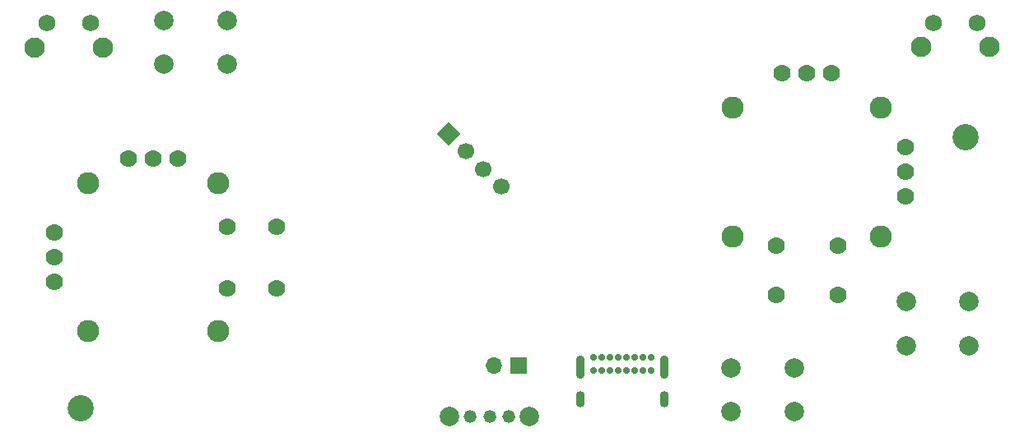
<source format=gbr>
%TF.GenerationSoftware,KiCad,Pcbnew,9.0.0*%
%TF.CreationDate,2025-09-05T21:39:46-05:00*%
%TF.ProjectId,RIOT_Remote_ESP,52494f54-5f52-4656-9d6f-74655f455350,rev?*%
%TF.SameCoordinates,Original*%
%TF.FileFunction,Soldermask,Bot*%
%TF.FilePolarity,Negative*%
%FSLAX46Y46*%
G04 Gerber Fmt 4.6, Leading zero omitted, Abs format (unit mm)*
G04 Created by KiCad (PCBNEW 9.0.0) date 2025-09-05 21:39:46*
%MOMM*%
%LPD*%
G01*
G04 APERTURE LIST*
G04 Aperture macros list*
%AMHorizOval*
0 Thick line with rounded ends*
0 $1 width*
0 $2 $3 position (X,Y) of the first rounded end (center of the circle)*
0 $4 $5 position (X,Y) of the second rounded end (center of the circle)*
0 Add line between two ends*
20,1,$1,$2,$3,$4,$5,0*
0 Add two circle primitives to create the rounded ends*
1,1,$1,$2,$3*
1,1,$1,$4,$5*%
%AMRotRect*
0 Rectangle, with rotation*
0 The origin of the aperture is its center*
0 $1 length*
0 $2 width*
0 $3 Rotation angle, in degrees counterclockwise*
0 Add horizontal line*
21,1,$1,$2,0,0,$3*%
G04 Aperture macros list end*
%ADD10C,2.700000*%
%ADD11C,2.000000*%
%ADD12C,0.700000*%
%ADD13O,0.900000X2.400000*%
%ADD14O,0.900000X1.700000*%
%ADD15R,1.700000X1.700000*%
%ADD16O,1.700000X1.700000*%
%ADD17C,2.100000*%
%ADD18C,1.750000*%
%ADD19C,1.778000*%
%ADD20C,2.286000*%
%ADD21RotRect,1.700000X1.700000X45.000000*%
%ADD22HorizOval,1.700000X0.000000X0.000000X0.000000X0.000000X0*%
%ADD23C,1.320800*%
%ADD24C,2.006600*%
G04 APERTURE END LIST*
D10*
%TO.C,*%
X109000000Y-78000000D03*
%TD*%
%TO.C,REF\u002A\u002A*%
X200000000Y-50000000D03*
%TD*%
D11*
%TO.C,SW5*%
X175890000Y-73810000D03*
X182390000Y-73810000D03*
X175890000Y-78310000D03*
X182390000Y-78310000D03*
%TD*%
D12*
%TO.C,J2*%
X161702500Y-72725000D03*
X162552500Y-72725000D03*
X163402500Y-72725000D03*
X164252500Y-72725000D03*
X165102500Y-72725000D03*
X165952500Y-72725000D03*
X166802500Y-72725000D03*
X167652500Y-72725000D03*
X167652500Y-74075000D03*
X166802500Y-74075000D03*
X165952500Y-74075000D03*
X165102500Y-74075000D03*
X164252500Y-74075000D03*
X163402500Y-74075000D03*
X162552500Y-74075000D03*
X161702500Y-74075000D03*
D13*
X160352500Y-73705000D03*
D14*
X160352500Y-77085000D03*
D13*
X169002500Y-73705000D03*
D14*
X169002500Y-77085000D03*
%TD*%
D15*
%TO.C,J1*%
X154000000Y-73600000D03*
D16*
X151460000Y-73600000D03*
%TD*%
D17*
%TO.C,SW7*%
X104250000Y-40790000D03*
X111260000Y-40790000D03*
D18*
X105500000Y-38300000D03*
X110000000Y-38300000D03*
%TD*%
D17*
%TO.C,SW4*%
X195425000Y-40752500D03*
X202435000Y-40752500D03*
D18*
X196675000Y-38262500D03*
X201175000Y-38262500D03*
%TD*%
D11*
%TO.C,SW6*%
X193870000Y-67000000D03*
X200370000Y-67000000D03*
X193870000Y-71500000D03*
X200370000Y-71500000D03*
%TD*%
D19*
%TO.C,U7*%
X186875000Y-66318719D03*
X180525000Y-66318719D03*
X186875000Y-61238719D03*
X180525000Y-61238719D03*
X186240000Y-43458719D03*
X183700000Y-43458719D03*
X181160000Y-43458719D03*
D20*
X191320000Y-60286219D03*
X191320000Y-46951219D03*
X176080000Y-46951219D03*
X176080000Y-60286219D03*
D19*
X193860000Y-56158719D03*
X193860000Y-53618719D03*
X193860000Y-51078719D03*
%TD*%
D21*
%TO.C,J3*%
X146832898Y-49707898D03*
D22*
X148628949Y-51503949D03*
X150425000Y-53300000D03*
X152221052Y-55096052D03*
%TD*%
D19*
%TO.C,U6*%
X129125000Y-59225000D03*
X129125000Y-65575000D03*
X124045000Y-59225000D03*
X124045000Y-65575000D03*
X106265000Y-59860000D03*
X106265000Y-62400000D03*
X106265000Y-64940000D03*
D20*
X123092500Y-54780000D03*
X109757500Y-54780000D03*
X109757500Y-70020000D03*
X123092500Y-70020000D03*
D19*
X118965000Y-52240000D03*
X116425000Y-52240000D03*
X113885000Y-52240000D03*
%TD*%
D23*
%TO.C,SW1*%
X149055901Y-78862450D03*
X151055901Y-78862450D03*
X153055902Y-78862450D03*
D24*
X146955902Y-78862450D03*
X155155900Y-78862450D03*
%TD*%
D11*
%TO.C,SW3*%
X124050000Y-42475000D03*
X117550000Y-42475000D03*
X124050000Y-37975000D03*
X117550000Y-37975000D03*
%TD*%
M02*

</source>
